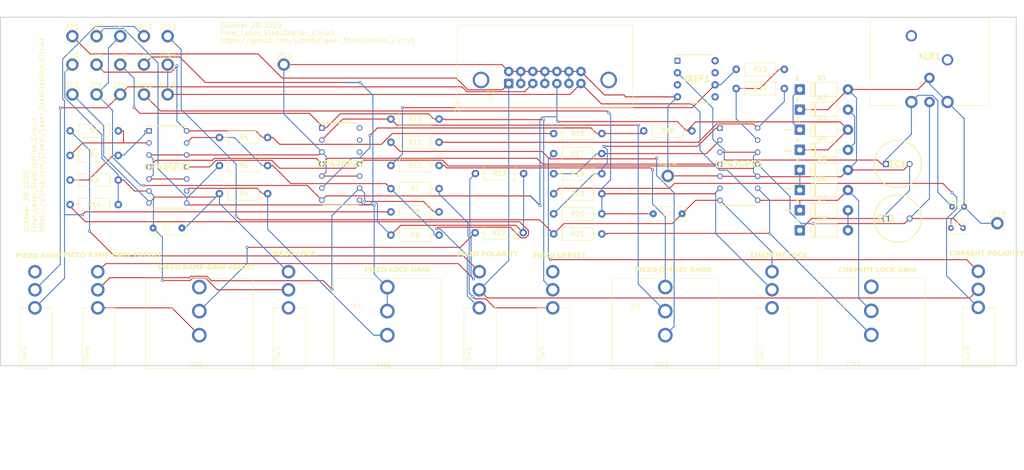
<source format=kicad_pcb>
(kicad_pcb (version 20241229) (generator "pcbnew") (generator_version "9.0")
  (layers (0 "F.Cu" signal) (2 "B.Cu" signal) (13 "F.Paste" user) (15 "B.Paste" user) (5 "F.SilkS" user "F.Silkscreen") (7 "B.SilkS" user "B.Silkscreen") (1 "F.Mask" user) (3 "B.Mask" user) (25 "Edge.Cuts" user))
  (net 0 "")
  (net 1 "Net-(OP47GPZ1B--)")
  (net 2 "Net-(SW2-C)")
  (net 3 "Net-(OP47GPZ3B--)")
  (net 4 "Net-(SW7-C)")
  (net 5 "Net-(D1-K)")
  (net 6 "GND")
  (net 7 "Net-(D2-A)")
  (net 8 "Net-(D3-A)")
  (net 9 "Net-(D5-K)")
  (net 10 "Net-(D6-A)")
  (net 11 "Net-(D7-A)")
  (net 12 "Net-(OP47GPZ1D--)")
  (net 13 "Net-(OP47GPZ1-Pad14)")
  (net 14 "+15V")
  (net 15 "Net-(OP47GPZ1C--)")
  (net 16 "Net-(OP47GPZ1A--)")
  (net 17 "Net-(OP47GPZ1-Pad1)")
  (net 18 "Net-(OP47GPZ1-Pad8)")
  (net 19 "-15V")
  (net 20 "Net-(OP47GPZ2C--)")
  (net 21 "Net-(SW5-B)")
  (net 22 "Net-(OP47GPZ2-Pad8)")
  (net 23 "Net-(OP47GPZ2A--)")
  (net 25 "Net-(OP47GPZ2B--)")
  (net 26 "Net-(OP47GPZ3A--)")
  (net 27 "Net-(OP47GPZ3C--)")
  (net 29 "Net-(P2-Pad2)")
  (net 30 "Net-(SW6-A)")
  (net 33 "Net-(SW1-C)")
  (net 34 "Net-(SW5-A)")
  (net 35 "Net-(SW4-A)")
  (net 36 "Net-(SW6-C)")
  (net 37 "Net-(SW1-A)")
  (net 38 "Net-(SW3-C)")
  (net 39 "Net-(SW3-A)")
  (net 40 "Net-(OP47GPZ3-Pad1)")
  (net 42 "Net-(SW1-B)")
  (net 43 "Net-(SW4-B)")
  (net 47 "Net-(P3-Pad1)")
  (net 48 "Net-(P3-Pad3)")
  (net 49 "Net-(VREF1-VOUT)")
  (net 55 "Net-(OP47GPZ3-Pad14)")
  (net 56 "Net-(OP47GPZ3D--)")
  (footprint "All_Footprints:R_Axial_DIN0207_L6.3mm_D2.5mm_P10.16mm_Horizontal" (layer "F.Cu") (at 47.42 88.1783)
    (property "Reference" "R2")
    (property "Value" "10k")
  )
  (footprint "All_Footprints:Potentiometer" (layer "F.Cu") (at 103.0325 114.13)
    (property "Reference" "P1")
    (property "Value" "50K")
  )
  (footprint "All_Footprints:R_Axial_DIN0207_L6.3mm_D2.5mm_P10.16mm_Horizontal" (layer "F.Cu") (at 149.42 87.7983)
    (property "Reference" "R17")
    (property "Value" "10k")
  )
  (footprint "All_Footprints:Small Capacitor" (layer "F.Cu") (at 234.5 103.5)
    (property "Reference" "SC2")
    (property "Value" "1nF")
  )
  (footprint "All_Footprints:AV2_Switch" (layer "F.Cu") (at 50 133.06 90)
    (property "Reference" "SW6")
    (property "Value" "SPDT Switch, P/N: 7101SD9AV2BE")
  )
  (footprint "All_Footprints:R_Axial_DIN0207_L6.3mm_D2.5mm_P10.16mm_Horizontal" (layer "F.Cu") (at 115.0875 85.4)
    (property "Reference" "R11")
    (property "Value" "10k")
  )
  (footprint "All_Footprints:TestPoint" (layer "F.Cu") (at 53 63)
    (property "Reference" "TP4")
    (property "Value" "~")
  )
  (footprint "All_Footprints:Potentiometer" (layer "F.Cu") (at 205.12 114.07)
    (property "Reference" "P4")
    (property "Value" "50K")
  )
  (footprint "All_Footprints:TestPoint" (layer "F.Cu") (at 68 63)
    (property "Reference" "TP13")
    (property "Value" "~")
  )
  (footprint "Diode_THT:D_DO-41_SOD81_P10.16mm_Horizontal" (layer "F.Cu") (at 201.34 78.5)
    (property "Reference" "D2")
    (property "Value" "1N5819")
  )
  (footprint "All_Footprints:TestPoint" (layer "F.Cu") (at 92.5 69)
    (property "Reference" "TP16")
    (property "Value" "~")
  )
  (footprint "All_Footprints:R_Axial_DIN0207_L6.3mm_D2.5mm_P10.16mm_Horizontal" (layer "F.Cu") (at 149.42 92.0383)
    (property "Reference" "R18")
    (property "Value" "10k")
  )
  (footprint "Diode_THT:D_DO-41_SOD81_P10.16mm_Horizontal" (layer "F.Cu") (at 201.34 87)
    (property "Reference" "D4")
    (property "Value" "1N47xxA")
  )
  (footprint "All_Footprints:R_Axial_DIN0207_L6.3mm_D2.5mm_P10.16mm_Horizontal" (layer "F.Cu") (at 187.92 70)
    (property "Reference" "R23")
    (property "Value" "10k")
  )
  (footprint "All_Footprints:REF02CPZ" (layer "F.Cu") (at 179.5 72)
    (property "Reference" "VREF1")
    (property "Value" "REF02 P/N: REF02CPZ" (hide yes))
  )
  (footprint "All_Footprints:TestPoint" (layer "F.Cu") (at 173.5 92.5)
    (property "Reference" "TP17")
    (property "Value" "~")
  )
  (footprint "All_Footprints:TestPoint" (layer "F.Cu") (at 63 63)
    (property "Reference" "TP10")
    (property "Value" "~")
  )
  (footprint "All_Footprints:R_Axial_DIN0207_L6.3mm_D2.5mm_P10.16mm_Horizontal" (layer "F.Cu") (at 132.92 92)
    (property "Reference" "R13")
    (property "Value" "10k")
  )
  (footprint "All_Footprints:OP470GPZ Amplifier" (layer "F.Cu") (at 188.47 90.04)
    (property "Reference" "OP47GPZ3")
    (property "Value" "~" (hide yes))
  )
  (footprint "All_Footprints:R_Axial_DIN0207_L6.3mm_D2.5mm_P10.16mm_Horizontal" (layer "F.Cu") (at 115.0875 90.3)
    (property "Reference" "R12")
    (property "Value" "10k")
  )
  (footprint "All_Footprints:R_Axial_DIN0207_L6.3mm_D2.5mm_P10.16mm_Horizontal" (layer "F.Cu") (at 149.42 83.5583)
    (property "Reference" "R15")
    (property "Value" "10k")
  )
  (footprint "Diode_THT:D_DO-41_SOD81_P10.16mm_Horizontal" (layer "F.Cu") (at 201.34 104)
    (property "Reference" "D8")
    (property "Value" "1N5819")
  )
  (footprint "Diode_THT:D_DO-41_SOD81_P10.16mm_Horizontal" (layer "F.Cu") (at 201.34 74.25)
    (property "Reference" "D1")
    (property "Value" "1N5819")
  )
  (footprint "All_Footprints:R_Axial_DIN0207_L6.3mm_D2.5mm_P10.16mm_Horizontal" (layer "F.Cu") (at 149.42 96.2783)
    (property "Reference" "R19")
    (property "Value" "10k")
  )
  (footprint "All_Footprints:AV2_Switch" (layer "F.Cu") (at 36.7475 133.06 90)
    (property "Reference" "SW4")
    (property "Value" "SPDT Switch, P/N: 7101SD9AV2BE")
  )
  (footprint "All_Footprints:R_Axial_DIN0207_L6.3mm_D2.5mm_P10.16mm_Horizontal" (layer "F.Cu") (at 149.42 100.5183)
    (property "Reference" "R20")
    (property "Value" "10k")
  )
  (footprint "All_Footprints:AV2_Switch" (layer "F.Cu") (at 130.48 133.06 90)
    (property "Reference" "SW1")
    (property "Value" "SPDT Switch, P/N: 7101SD9AV2BE")
  )
  (footprint "All_Footprints:TestPoint" (layer "F.Cu") (at 53 75.3)
    (property "Reference" "TP6")
    (property "Value" "~")
  )
  (footprint "All_Footprints:TestPoint" (layer "F.Cu") (at 47.9 69)
    (property "Reference" "TP2")
    (property "Value" "~")
  )
  (footprint "All_Footprints:TestPoint" (layer "F.Cu") (at 47.9 75.3)
    (property "Reference" "TP3")
    (property "Value" "~")
  )
  (footprint "All_Footprints:TestPoint" (layer "F.Cu") (at 243 102.5)
    (property "Reference" "TP18")
    (property "Value" "~")
  )
  (footprint "All_Footprints:R_Axial_DIN0207_L6.3mm_D2.5mm_P10.16mm_Horizontal" (layer "F.Cu") (at 132.84 104.5)
    (property "Reference" "R22")
    (property "Value" "10")
  )
  (footprint "All_Footprints:OP470GPZ Amplifier" (layer "F.Cu") (at 104.5 90)
    (property "Reference" "OP47GPZ2")
    (property "Value" "~" (hide yes))
  )
  (footprint "All_Footprints:R_Axial_DIN0207_L6.3mm_D2.5mm_P10.16mm_Horizontal" (layer "F.Cu") (at 47.42 82.985)
    (property "Reference" "R1")
    (property "Value" "10k")
  )
  (footprint "All_Footprints:TestPoint" (layer "F.Cu") (at 63 69)
    (property "Reference" "TP11")
    (property "Value" "~")
  )
  (footprint "All_Footprints:TestPoint" (layer "F.Cu") (at 58 69)
    (property "Reference" "TP8")
    (property "Value" "~")
  )
  (footprint "All_Footprints:Potentiometer" (layer "F.Cu") (at 63.3725 114.13)
    (property "Reference" "P2")
    (property "Value" "50K")
  )
  (footprint "All_Footprints:R_Axial_DIN0207_L6.3mm_D2.5mm_P10.16mm_Horizontal" (layer "F.Cu") (at 78.92 90.325)
    (property "Reference" "R5")
    (property "Value" "10k")
  )
  (footprint "All_Footprints:TestPoint" (layer "F.Cu") (at 53 69)
    (property "Reference" "TP5")
    (property "Value" "~")
  )
  (footprint "All_Footprints:ELECTROLYTIC CAPACITOR - EEU-EB1C102" (layer "F.Cu") (at 219.5 90)
    (property "Reference" "EC1")
    (property "Value" "EEU-EB1C102" (hide yes))
  )
  (footprint "All_Footprints:R_Axial_DIN0207_L6.3mm_D2.5mm_P10.16mm_Horizontal" (layer "F.Cu") (at 115.0875 80.5)
    (property "Reference" "R10")
    (property "Value" "10k")
  )
  (footprint "All_Footprints:TestPoint" (layer "F.Cu") (at 68 69)
    (property "Reference" "TP14")
    (property "Value" "~")
  )
  (footprint "Diode_THT:D_DO-41_SOD81_P10.16mm_Horizontal" (layer "F.Cu") (at 201.34 99.75)
    (property "Reference" "D7")
    (property "Value" "1N47xxA")
  )
  (footprint "All_Footprints:R_Axial_DIN0207_L6.3mm_D2.5mm_P10.16mm_Horizontal" (layer "F.Cu") (at 149.42 104.7583)
    (property "Reference" "R21")
    (property "Value" "10k")
  )
  (footprint "All_Footprints:OP470GPZ Amplifier" (layer "F.Cu") (at 68.03 90.62)
    (property "Reference" "OP47GPZ1")
    (property "Value" "~" (hide yes))
  )
  (footprint "All_Footprints:TestPoint" (layer "F.Cu") (at 58 75.3)
    (property "Reference" "TP9")
    (property "Value" "~")
  )
  (footprint "Diode_THT:D_DO-41_SOD81_P10.16mm_Horizontal" (layer "F.Cu") (at 201.34 95.5)
    (property "Reference" "D6")
    (property "Value" "1N47xxA")
  )
  (footprint "All_Footprints:R_Axial_DIN0207_L6.3mm_D2.5mm_P10.16mm_Horizontal" (layer "F.Cu") (at 115.0875 95.2)
    (property "Reference" "R7")
    (property "Value" "10k")
  )
  (footprint "All_Footprints:R_Axial_DIN0207_L6.3mm_D2.5mm_P10.16mm_Horizontal" (layer "F.Cu") (at 115.0875 105)
    (property "Reference" "R9")
    (property "Value" "10k")
  )
  (footprint "All_Footprints:CAPACITOR - 399-4209-ND" (layer "F.Cu") (at 68 103.5)
    (property "Reference" "C1")
    (property "Value" "1uF")
  )
  (footprint "All_Footprints:AV2_Switch" (layer "F.Cu") (at 192.2275 133.06 90)
    (property "Reference" "SW7")
    (property "Value" "SPDT Switch, P/N: 7101SD9AV2BE")
  )
  (footprint "All_Footprints:AV2_Switch" (layer "F.Cu") (at 90.2325 133.06 90)
    (property "Reference" "SW2")
    (property "Value" "SPDT Switch, P/N: 7101SD9AV2BE")
  )
  (footprint "All_Footprints:TestPoint" (layer "F.Cu") (at 47.9 63)
    (property "Reference" "TP1")
    (property "Value" "~")
  )
  (footprint "All_Footprints:R_Axial_DIN0207_L6.3mm_D2.5mm_P10.16mm_Horizontal" (layer "F.Cu") (at 187.92 74.05)
    (property "Reference" "R24")
    (property "Value" "10k")
  )
  (footprint "All_Footprints:TestPoint" (layer "F.Cu") (at 63 75.3)
    (property "Reference" "TP12")
    (property "Value" "~")
  )
  (footprint "All_Footprints:CAPACITOR - 399-4209-ND" (layer "F.Cu") (at 173.5 100.5)
    (property "Reference" "C2")
    (property "Value" "0.1nF")
  )
  (footprint "All_Footprints:R_Axial_DIN0207_L6.3mm_D2.5mm_P10.16mm_Horizontal" (layer "F.Cu") (at 47.42 98.565)
    (property "Reference" "R14")
    (property "Value" "10k")
  )
  (footprint "All_Footprints:Male IDC Connector" (layer "F.Cu") (at 129.1 78.1 90)
    (property "Reference" "IDC1")
    (property "Value" "Male 14 Position IDC Connector Digikey P/N: 609-5970-ND" (hide yes))
  )
  (footprint "All_Footprints:R_Axial_DIN0207_L6.3mm_D2.5mm_P10.16mm_Horizontal" (layer "F.Cu") (at 115.0875 100.1)
    (property "Reference" "R8")
    (property "Value" "10k")
  )
  (footprint "All_Footprints:AV2_Switch" (layer "F.Cu") (at 145.98 133.06 90)
    (property "Reference" "SW5")
    (property "Value" "SPDT Switch, P/N: 7101SD9AV2BE")
  )
  (footprint "All_Footprints:TestPoint" (layer "F.Cu") (at 68 75.3)
    (property "Reference" "TP15")
    (property "Value" "~")
  )
  (footprint "All_Footprints:R_Axial_DIN0207_L6.3mm_D2.5mm_P10.16mm_Horizontal" (layer "F.Cu") (at 168.42 83)
    (property "Reference" "R16")
    (property "Value" "10k")
  )
  (footprint "Diode_THT:D_DO-41_SOD81_P10.16mm_Horizontal" (layer "F.Cu") (at 201.34 91.25)
    (property "Reference" "D5")
    (property "Value" "1N5819")
  )
  (footprint "All_Footprints:Small Capacitor" (layer "F.Cu") (at 234.73 99)
    (property "Reference" "SC1")
    (property "Value" "1nF")
  )
  (footprint "Diode_THT:D_DO-41_SOD81_P10.16mm_Horizontal" (layer "F.Cu") (at 201.34 82.75)
    (property "Reference" "D3")
    (property "Value" "1N47xxA")
  )
  (footprint "All_Footprints:R_Axial_DIN0207_L6.3mm_D2.5mm_P10.16mm_Horizontal" (layer "F.Cu") (at 78.92 96.25)
    (property "Reference" "R4")
    (property "Value" "10k")
  )
  (footprint "All_Footprints:Potentiometer" (layer "F.Cu") (at 161.6725 114.13)
    (property "Reference" "P3")
    (property "Value" "50K")
  )
  (footprint "All_Footprints:NC3MBH_XLR" (layer "F.Cu") (at 232.5 76.89)
    (property "Reference" "XLR1")
    (property "Value" "XLR P/N: NC3MBH" (hide yes))
  )
  (footprint "All_Footprints:R_Axial_DIN0207_L6.3mm_D2.5mm_P10.16mm_Horizontal" (layer "F.Cu") (at 78.92 84.4)
    (property "Reference" "R6")
    (property "Value" "10k")
  )
  (footprint "All_Footprints:R_Axial_DIN0207_L6.3mm_D2.5mm_P10.16mm_Horizontal" (layer "F.Cu") (at 47.42 93.3717)
    (property "Reference" "R3")
    (property "Value" "10k")
  )
  (footprint "All_Footprints:ELECTROLYTIC CAPACITOR - EEU-EB1C102" (layer "F.Cu") (at 219.5 101.5)
    (property "Reference" "EC2")
    (property "Value" "EEU-EB1C102" (hide yes))
  )
  (footprint "All_Footprints:AV2_Switch" (layer "F.Cu") (at 235.7275 132.97 90)
    (property "Reference" "SW3")
    (property "Value" "SPDT Switch, P/N: 7101SD9AV2BE")
  )
  (footprint "All_Footprints:TestPoint" (layer "F.Cu") (at 58 63)
    (property "Reference" "TP7")
    (property "Value" "~")
  )
  (gr_rect (start 32.73 59) (end 247 132.58) (stroke (width 0.2)) (fill no) (layer "Edge.Cuts"))
  (gr_text "CURRENT LOCK\n\n\n\n" (at 190.98 114.9 0) (layer "F.SilkS") (effects (font (size 1 1) (thickness 0.25) (bold yes)) (justify left bottom)))
  (gr_text "PIEZO LOCK\n\n\n" (at 89.98 112.9 0) (layer "F.SilkS") (effects (font (size 1 1) (thickness 0.25) (bold yes)) (justify left bottom)))
  (gr_text "PIEZO LOCK GAIN\n\n\n\n" (at 109.5 118 0) (layer "F.SilkS") (effects (font (size 1 1) (thickness 0.25) (bold yes)) (justify left bottom)))
  (gr_text "CURRENT LOCK GAIN\n\n\n\n" (at 209.5 118 0) (layer "F.SilkS") (effects (font (size 1 1) (thickness 0.25) (bold yes)) (justify left bottom)))
  (gr_text "PIEZO POLARITY\n\n\n" (at 129 113 0) (layer "F.SilkS") (effects (font (size 1 1) (thickness 0.25) (bold yes)) (justify left bottom)))
  (gr_text "PIEZO OFFSET KNOB\n\n\n\n" (at 166.5 118 0) (layer "F.SilkS") (effects (font (size 1 1) (thickness 0.25) (bold yes)) (justify left bottom)))
  (gr_text "October 28 2025\nFinal_Laser_Stabilization_Circuit \nhttps://github.com/j2bedi/Laser_Stabilization_Circuit\n" (at 42 104.5 90) (layer "F.SilkS") (effects (font (size 1 1) (thickness 0.125) (bold yes)) (justify left bottom)))
  (gr_text "PIEZO RAMP GAIN TOGGLE\n\n" (at 46 111.5 0) (layer "F.SilkS") (effects (font (size 1 1) (thickness 0.25) (bold yes)) (justify left bottom)))
  (gr_text "zener\n" (at 198 95.5 0) (layer "F.SilkS") (effects (font (size 0.4 0.4) (thickness 0.1)) (justify left bottom)))
  (gr_text "zener\n" (at 198 87.5 0) (layer "F.SilkS") (effects (font (size 0.4 0.4) (thickness 0.1)) (justify left bottom)))
  (gr_text "October 28 2025\nFinal_Laser_Stabilization_Circuit \nhttps://github.com/j2bedi/Laser_Stabilization_Circuit\n" (at 79 64.5 0) (layer "F.SilkS") (effects (font (size 1 1) (thickness 0.125) (bold yes)) (justify left bottom)))
  (gr_text "zener\n" (at 198 100 0) (layer "F.SilkS") (effects (font (size 0.4 0.4) (thickness 0.1)) (justify left bottom)))
  (gr_text "CURRENT POLARITY" (at 233 109.5 0) (layer "F.SilkS") (effects (font (size 1 1) (thickness 0.25) (bold yes)) (justify left bottom)))
  (gr_text "PIEZO RAMP\n" (at 36 110 0) (layer "F.SilkS") (effects (font (size 1 1) (thickness 0.25) (bold yes)) (justify left bottom)))
  (gr_text "zener\n" (at 198 83 0) (layer "F.SilkS") (effects (font (size 0.4 0.4) (thickness 0.1)) (justify left bottom)))
  (gr_text "PIEZO OFFSET\n\n\n\n" (at 145 115 0) (layer "F.SilkS") (effects (font (size 1 1) (thickness 0.25) (bold yes)) (justify left bottom)))
  (gr_text "PIEZO RAMP GAIN ADJUST\n\n\n\n" (at 66 117.5 0) (layer "F.SilkS") (effects (font (size 1 1) (thickness 0.25) (bold yes)) (justify left bottom)))
  (segment (start 58.6817 93.3717) (end 61.01 95.7) (width 0.2) (layer "F.Cu") (net 1))
  (segment (start 78.4605 116.55) (end 76.0225 114.112) (width 0.2) (layer "F.Cu") (net 1))
  (segment (start 76.0225 114.112) (end 73.2325 114.112) (width 0.2) (layer "F.Cu") (net 1))
  (segment (start 73.2325 114.112) (end 72.7521 114.5924) (width 0.2) (layer "F.Cu") (net 1))
  (segment (start 61.01 95.7) (end 64.06 95.7) (width 0.2) (layer "F.Cu") (net 1))
  (segment (start 72.7521 114.5924) (end 66.8862 114.5924) (width 0.2) (layer "F.Cu") (net 1))
  (segment (start 93.485 116.55) (end 78.4605 116.55) (width 0.2) (layer "F.Cu") (net 1))
  (segment (start 57.58 93.3717) (end 58.6817 93.3717) (width 0.2) (layer "F.Cu") (net 1))
  (via (at 66.8862 114.5924) (size 0.6) (drill 0.3) (layers "F.Cu" "B.Cu") (net 1))
  (segment (start 46.2963 70.6037) (end 46.2963 75.9614) (width 0.2) (layer "B.Cu") (net 1))
  (segment (start 64.9906 96.6306) (end 64.9906 103.4294) (width 0.2) (layer "B.Cu") (net 1))
  (segment (start 54.0953 88.7853) (end 57.58 92.27) (width 0.2) (layer "B.Cu") (net 1))
  (segment (start 66.8862 114.5924) (end 66.8862 105.4662) (width 0.2) (layer "B.Cu") (net 1))
  (segment (start 57.58 98.565) (end 57.58 93.3717) (width 0.2) (layer "B.Cu") (net 1))
  (segment (start 57.58 93.3717) (end 57.58 92.27) (width 0.2) (layer "B.Cu") (net 1))
  (segment (start 46.2963 75.9614) (end 54.0953 83.7604) (width 0.2) (layer "B.Cu") (net 1))
  (segment (start 64.06 95.7) (end 64.9906 96.6306) (width 0.2) (layer "B.Cu") (net 1))
  (segment (start 66.8862 105.4662) (end 64.92 103.5) (width 0.2) (layer "B.Cu") (net 1))
  (segment (start 54.0953 83.7604) (end 54.0953 88.7853) (width 0.2) (layer "B.Cu") (net 1))
  (segment (start 64.9906 103.4294) (end 64.92 103.5) (width 0.2) (layer "B.Cu") (net 1))
  (segment (start 47.9 69) (end 46.2963 70.6037) (width 0.2) (layer "B.Cu") (net 1))
  (segment (start 65.33 96.97) (end 78.2 96.97) (width 0.2) (layer "F.Cu") (net 2))
  (segment (start 78.2 96.97) (end 78.92 96.25) (width 0.2) (layer "F.Cu") (net 2))
  (segment (start 64.06 98.24) (end 65.33 96.97) (width 0.2) (layer "F.Cu") (net 2))
  (segment (start 71 103.5) (end 71.67 103.5) (width 0.2) (layer "B.Cu") (net 2))
  (segment (start 64.06 97.8965) (end 54.497 88.3335) (width 0.2) (layer "B.Cu") (net 2))
  (segment (start 64.06 98.24) (end 64.06 97.8965) (width 0.2) (layer "B.Cu") (net 2))
  (segment (start 93.3477 112.74) (end 93.485 112.74) (width 0.2) (layer "B.Cu") (net 2))
  (segment (start 78.92 96.25) (end 78.92 98.3123) (width 0.2) (layer "B.Cu") (net 2))
  (segment (start 78.92 98.3123) (end 93.3477 112.74) (width 0.2) (layer "B.Cu") (net 2))
  (segment (start 71.67 103.5) (end 78.92 96.25) (width 0.2) (layer "B.Cu") (net 2))
  (segment (start 54.497 88.3335) (end 54.497 81.897) (width 0.2) (layer "B.Cu") (net 2))
  (segment (start 54.497 81.897) (end 47.9 75.3) (width 0.2) (layer "B.Cu") (net 2))
  (segment (start 170.42 100.5) (end 160.7 100.5) (width 0.2) (layer "F.Cu") (net 3))
  (segment (start 159.58 100.5183) (end 160.6817 100.5183) (width 0.2) (layer "F.Cu") (net 3))
  (segment (start 159.58 96.2783) (end 183.3417 96.2783) (width 0.2) (layer "F.Cu") (net 3))
  (segment (start 160.6262 78.7998) (end 161.0516 79.2252) (width 0.2) (layer "F.Cu") (net 3))
  (segment (start 63 75.3) (end 66.4998 78.7998) (width 0.2) (layer "F.Cu") (net 3))
  (segment (start 160.6262 78.7998) (end 161.0516 79.2252) (width 0.2) (layer "F.Cu") (net 3))
  (segment (start 160.7 100.5) (end 160.6817 100.5183) (width 0.2) (layer "F.Cu") (net 3))
  (segment (start 161.0516 79.2252) (end 160.6262 78.7998) (width 0.2) (layer "F.Cu") (net 3))
  (segment (start 66.4998 78.7998) (end 160.6262 78.7998) (width 0.2) (layer "F.Cu") (net 3))
  (segment (start 183.3417 96.2783) (end 184.5 95.12) (width 0.2) (layer "F.Cu") (net 3))
  (via (at 161.0516 79.2252) (size 0.6) (drill 0.3) (layers "F.Cu" "B.Cu") (net 3))
  (segment (start 159.58 96.2783) (end 159.58 100.5183) (width 0.2) (layer "B.Cu") (net 3))
  (segment (start 159.58 96.2783) (end 159.58 95.1766) (width 0.2) (layer "B.Cu") (net 3))
  (segment (start 161.4404 93.3162) (end 159.58 95.1766) (width 0.2) (layer "B.Cu") (net 3))
  (segment (start 161.0516 79.2252) (end 160.6262 78.7998) (width 0.2) (layer "B.Cu") (net 3))
  (segment (start 161.4404 79.614) (end 161.4404 93.3162) (width 0.2) (layer "B.Cu") (net 3))
  (segment (start 183.5892 96.0308) (end 183.5892 104.6592) (width 0.2) (layer "B.Cu") (net 3))
  (segment (start 184.5 95.12) (end 183.5892 96.0308) (width 0.2) (layer "B.Cu") (net 3))
  (segment (start 161.0516 79.2252) (end 161.4404 79.614) (width 0.2) (layer "B.Cu") (net 3))
  (segment (start 183.5892 104.6592) (end 195.48 116.55) (width 0.2) (layer "B.Cu") (net 3))
  (segment (start 160.6262 78.7998) (end 161.0516 79.2252) (width 0.2) (layer "B.Cu") (net 3))
  (segment (start 149.42 104.7583) (end 146.44 101.7783) (width 0.2) (layer "F.Cu") (net 4))
  (segment (start 83.2368 101.7783) (end 82.442 100.9835) (width 0.2) (layer "F.Cu") (net 4))
  (segment (start 184.5 97.66) (end 179.34 97.66) (width 0.2) (layer "F.Cu") (net 4))
  (segment (start 149.42 104.7583) (end 151.6084 102.5699) (width 0.2) (layer "F.Cu") (net 4))
  (segment (start 151.6084 102.5699) (end 174.4301 102.5699) (width 0.2) (layer "F.Cu") (net 4))
  (segment (start 146.44 101.7783) (end 83.2368 101.7783) (width 0.2) (layer "F.Cu") (net 4))
  (segment (start 174.4301 102.5699) (end 176.5 100.5) (width 0.2) (layer "F.Cu") (net 4))
  (segment (start 179.34 97.66) (end 176.5 100.5) (width 0.2) (layer "F.Cu") (net 4))
  (via (at 82.442 100.9835) (size 0.6) (drill 0.3) (layers "F.Cu" "B.Cu") (net 4))
  (segment (start 70.858 65.858) (end 68 63) (width 0.2) (layer "B.Cu") (net 4))
  (segment (start 82.442 90.0288) (end 70.8581 78.4449) (width 0.2) (layer "B.Cu") (net 4))
  (segment (start 195.48 108.64) (end 195.48 112.74) (width 0.2) (layer "B.Cu") (net 4))
  (segment (start 82.442 100.9835) (end 82.442 90.0288) (width 0.2) (layer "B.Cu") (net 4))
  (segment (start 70.8581 78.4449) (end 70.8581 65.858) (width 0.2) (layer "B.Cu") (net 4))
  (segment (start 70.8581 65.858) (end 70.858 65.858) (width 0.2) (layer "B.Cu") (net 4))
  (segment (start 184.5 97.66) (end 195.48 108.64) (width 0.2) (layer "B.Cu") (net 4))
  (segment (start 199.9226 81.3326) (end 199.9226 75.6674) (width 0.2) (layer "B.Cu") (net 5))
  (segment (start 199.9226 75.6674) (end 201.34 74.25) (width 0.2) (layer "B.Cu") (net 5))
  (segment (start 201.34 82.75) (end 199.9226 81.3326) (width 0.2) (layer "B.Cu") (net 5))
  (segment (start 203.84 101.5) (end 219.5 101.5) (width 0.2) (layer "F.Cu") (net 6))
  (segment (start 72 88.08) (end 99.91 88.08) (width 0.2) (layer "F.Cu") (net 6))
  (segment (start 142.48 70.45) (end 139.94 70.45) (width 0.2) (layer "F.Cu") (net 6))
  (segment (start 72 93.16) (end 64.06 93.16) (width 0.2) (layer "F.Cu") (net 6))
  (segment (start 192.5394 92.6794) (end 210.0706 92.6794) (width 0.2) (layer "F.Cu") (net 6))
  (segment (start 207.25 78.5) (end 211.5 74.25) (width 0.2) (layer "F.Cu") (net 6))
  (segment (start 164.5072 75.6437) (end 164.2718 75.4083) (width 0.2) (layer "F.Cu") (net 6))
  (segment (start 64.06 88.08) (end 72 88.08) (width 0.2) (layer "F.Cu") (net 6))
  (segment (start 147.56 70.45) (end 150.1 70.45) (width 0.2) (layer "F.Cu") (net 6))
  (segment (start 164.2718 75.4083) (end 160.2077 75.4083) (width 0.2) (layer "F.Cu") (net 6))
  (segment (start 201.34 78.5) (end 207.25 78.5) (width 0.2) (layer "F.Cu") (net 6))
  (segment (start 223.25 91.25) (end 211.5 91.25) (width 0.2) (layer "F.Cu") (net 6))
  (segment (start 211.5 74.25) (end 226.25 74.25) (width 0.2) (layer "F.Cu") (net 6))
  (segment (start 99.91 88.08) (end 100.53 87.46) (width 0.2) (layer "F.Cu") (net 6))
  (segment (start 192.44 92.58) (end 192.5394 92.6794) (width 0.2) (layer "F.Cu") (net 6))
  (segment (start 160.173 75.443) (end 155.18 70.45) (width 0.2) (layer "F.Cu") (net 6))
  (segment (start 224.5 90) (end 223.25 91.25) (width 0.2) (layer "F.Cu") (net 6))
  (segment (start 146.29 70.45) (end 142.48 70.45) (width 0.2) (layer "F.Cu") (net 6))
  (segment (start 184.42 92.5) (end 184.5 92.58) (width 0.2) (layer "F.Cu") (net 6))
  (segment (start 173.5 92.5) (end 184.42 92.5) (width 0.2) (layer "F.Cu") (net 6))
  (segment (start 192.44 92.58) (end 184.5 92.58) (width 0.2) (layer "F.Cu") (net 6))
  (segment (start 164.5072 75.81) (end 164.5072 75.6437) (width 0.2) (layer "F.Cu") (net 6))
  (segment (start 145.02 70.45) (end 146.29 70.45) (width 0.2) (layer "F.Cu") (net 6))
  (segment (start 226.25 74.25) (end 228.69 71.81) (width 0.2) (layer "F.Cu") (net 6))
  (segment (start 160.2077 75.4083) (end 160.173 75.443) (width 0.2) (layer "F.Cu") (net 6))
  (segment (start 184.5 87.5) (end 192.44 87.5) (width 0.2) (layer "F.Cu") (net 6))
  (segment (start 201.34 104) (end 203.84 101.5) (width 0.2) (layer "F.Cu") (net 6))
  (segment (start 210.0706 92.6794) (end 211.5 91.25) (width 0.2) (layer "F.Cu") (net 6))
  (segment (start 138.49 69) (end 139.94 70.45) (width 0.2) (layer "F.Cu") (net 6))
  (segment (start 152.64 70.45) (end 150.1 70.45) (width 0.2) (layer "F.Cu") (net 6))
  (segment (start 155.18 70.45) (end 152.64 70.45) (width 0.2) (layer "F.Cu") (net 6))
  (segment (start 146.29 70.45) (end 147.56 70.45) (width 0.2) (layer "F.Cu") (net 6))
  (segment (start 92.5 69) (end 138.49 69) (width 0.2) (layer "F.Cu") (net 6))
  (segment (start 175.53 75.81) (end 164.5072 75.81) (width 0.2) (layer "F.Cu") (net 6))
  (segment (start 108.47 92.54) (end 100.53 92.54) (width 0.2) (layer "F.Cu") (net 6))
  (segment (start 219.5 101.5) (end 219.5 100.5608) (width 0.2) (layer "B.Cu") (net 6))
  (segment (start 211.5 91.25) (end 213.3086 89.4414) (width 0.2) (layer "B.Cu") (net 6))
  (segment (start 239.5 102.5) (end 236 99) (width 0.2) (layer "B.Cu") (net 6))
  (segment (start 233.23 103.5) (end 233.23 101.77) (width 0.2) (layer "B.Cu") (net 6))
  (segment (start 100.53 92.54) (end 101.4118 91.6582) (width 0.2) (layer "B.Cu") (net 6))
  (segment (start 232.5 76.89) (end 228.69 73.08) (width 0.2) (layer "B.Cu") (net 6))
  (segment (start 243 102.5) (end 239.5 102.5) (width 0.2) (layer "B.Cu") (net 6))
  (segment (start 228.69 73.08) (end 228.69 71.81) (width 0.2) (layer "B.Cu") (net 6))
  (segment (start 192.44 92.58) (end 191.5582 91.6982) (width 0.2) (layer "B.Cu") (net 6))
  (segment (start 101.4118 91.6582) (end 101.4118 88.3418) (width 0.2) (layer "B.Cu") (net 6))
  (segment (start 92.5 69) (end 92.5 79.43) (width 0.2) (layer "B.Cu") (net 6))
  (segment (start 236 80.39) (end 232.5 76.89) (width 0.2) (layer "B.Cu") (net 6))
  (segment (start 213.3086 89.4414) (end 213.3086 76.0586) (width 0.2) (layer "B.Cu") (net 6))
  (segment (start 219.5 100.5608) (end 224.5 95.5608) (width 0.2) (layer "B.Cu") (net 6))
  (segment (start 175.53 75.81) (end 173.5 77.84) (width 0.2) (layer "B.Cu") (net 6))
  (segment (start 191.5582 88.3818) (end 192.44 87.5) (width 0.2) (layer "B.Cu") (net 6))
  (segment (start 191.5582 91.6982) (end 191.5582 88.3818) (width 0.2) (layer "B.Cu") (net 6))
  (segment (start 224.5 95.5608) (end 224.5 90) (width 0.2) (layer "B.Cu") (net 6))
  (segment (start 92.5 79.43) (end 100.53 87.46) (width 0.2) (layer "B.Cu") (net 6))
  (segment (start 213.3086 76.0586) (end 211.5 74.25) (width 0.2) (layer "B.Cu") (net 6))
  (segment (start 173.5 77.84) (end 173.5 92.5) (width 0.2) (layer "B.Cu") (net 6))
  (segment (start 64.9578 88.9778) (end 64.9578 92.2622) (width 0.2) (layer "B.Cu") (net 6))
  (segment (start 152.64 72.99) (end 152.64 70.45) (width 0.2) (layer "B.Cu") (net 6))
  (segment (start 142.48 72.99) (end 142.48 70.45) (width 0.2) (layer "B.Cu") (net 6))
  (segment (start 236 99) (end 236 80.39) (width 0.2) (layer "B.Cu") (net 6))
  (segment (start 101.4118 88.3418) (end 100.53 87.46) (width 0.2) (layer "B.Cu") (net 6))
  (segment (start 147.56 72.99) (end 147.56 70.45) (width 0.2) (layer "B.Cu") (net 6))
  (segment (start 64.06 88.08) (end 64.9578 88.9778) (width 0.2) (layer "B.Cu") (net 6))
  (segment (start 233.23 101.77) (end 236 99) (width 0.2) (layer "B.Cu") (net 6))
  (segment (start 64.9578 92.2622) (end 64.06 93.16) (width 0.2) (layer "B.Cu") (net 6))
  (segment (start 212.9069 79.9069) (end 212.9069 85.5931) (width 0.2) (layer "B.Cu") (net 7))
  (segment (start 212.9069 85.5931) (end 211.5 87) (width 0.2) (layer "B.Cu") (net 7))
  (segment (start 211.5 78.5) (end 212.9069 79.9069) (width 0.2) (layer "B.Cu") (net 7))
  (segment (start 101.423 96.727) (end 100.53 97.62) (width 0.2) (layer "F.Cu") (net 8))
  (segment (start 62.9095 94.5247) (end 97.4347 94.5247) (width 0.2) (layer "F.Cu") (net 8))
  (segment (start 178.58 83) (end 177.4783 83) (width 0.2) (layer "F.Cu") (net 8))
  (segment (start 211.5 82.75) (end 209.8468 81.0968) (width 0.2) (layer "F.Cu") (net 8))
  (segment (start 97.4347 94.5247) (end 100.53 97.62) (width 0.2) (layer "F.Cu") (net 8))
  (segment (start 207.25 87) (end 201.34 87) (width 0.2) (layer "F.Cu") (net 8))
  (segment (start 150.1 81.034) (end 150.2926 81.034) (width 0.2) (layer "F.Cu") (net 8))
  (segment (start 211.5 82.75) (end 207.25 87) (width 0.2) (layer "F.Cu") (net 8))
  (segment (start 150.2926 81.034) (end 175.5123 81.034) (width 0.2) (layer "F.Cu") (net 8))
  (segment (start 146.5191 98.7412) (end 144.5049 96.727) (width 0.2) (layer "F.Cu") (net 8))
  (segment (start 146.5191 98.7412) (end 144.5049 96.727) (width 0.2) (layer "F.Cu") (net 8))
  (segment (start 150.2926 81.034) (end 150.1 81.034) (width 0.2) (layer "F.Cu") (net 8))
  (segment (start 144.5049 96.727) (end 146.5191 98.7412) (width 0.2) (layer "F.Cu") (net 8))
  (segment (start 179.3815 81.0968) (end 177.4783 83) (width 0.2) (layer "F.Cu") (net 8))
  (segment (start 175.5123 81.034) (end 177.4783 83) (width 0.2) (layer "F.Cu") (net 8))
  (segment (start 209.8468 81.0968) (end 179.3815 81.0968) (width 0.2) (layer "F.Cu") (net 8))
  (segment (start 144.5049 96.727) (end 101.423 96.727) (width 0.2) (layer "F.Cu") (net 8))
  (via (at 146.5191 98.7412) (size 0.6) (drill 0.3) (layers "F.Cu" "B.Cu") (net 8))
  (via (at 62.9095 94.5247) (size 0.6) (drill 0.3) (layers "F.Cu" "B.Cu") (net 8))
  (via (at 150.2926 81.034) (size 0.6) (drill 0.3) (layers "F.Cu" "B.Cu") (net 8))
  (segment (start 150.1 81.034) (end 150.2926 81.034) (width 0.2) (layer "B.Cu") (net 8))
  (segment (start 150.1 72.99) (end 150.1 80.0135) (width 0.2) (layer "B.Cu") (net 8))
  (segment (start 62.3442 94.5247) (end 62.9095 94.5247) (width 0.2) (layer "B.Cu") (net 8))
  (segment (start 55.5001 65.4999) (end 55.5001 72.7999) (width 0.2) (layer "B.Cu") (net 8))
  (segment (start 150.1 80.0135) (end 150.1 80.8414) (width 0.2) (layer "B.Cu") (net 8))
  (segment (start 150.2926 81.034) (end 150.1 81.034) (width 0.2) (layer "B.Cu") (net 8))
  (segment (start 147.0646 80.0135) (end 146.5191 80.559) (width 0.2) (layer "B.Cu") (net 8))
  (segment (start 146.5191 98.7412) (end 144.5049 96.727) (width 0.2) (layer "B.Cu") (net 8))
  (segment (start 58 63) (end 55.5001 65.4999) (width 0.2) (layer "B.Cu") (net 8))
  (segment (start 56.3659 88.5464) (end 62.3442 94.5247) (width 0.2) (layer "B.Cu") (net 8))
  (segment (start 144.5049 96.727) (end 146.5191 98.7412) (width 0.2) (layer "B.Cu") (net 8))
  (segment (start 53 75.3) (end 56.3659 78.6659) (width 0.2) (layer "B.Cu") (net 8))
  (segment (start 150.1 80.8414) (end 150.2926 81.034) (width 0.2) (layer "B.Cu") (net 8))
  (segment (start 150.1 80.0135) (end 147.0646 80.0135) (width 0.2) (layer "B.Cu") (net 8))
  (segment (start 55.5001 72.7999) (end 53 75.3) (width 0.2) (layer "B.Cu") (net 8))
  (segment (start 146.5191 80.559) (end 146.5191 98.7412) (width 0.2) (layer "B.Cu") (net 8))
  (segment (start 56.3659 78.6659) (end 56.3659 88.5464) (width 0.2) (layer "B.Cu") (net 8))
  (segment (start 201.34 91.25) (end 201.34 95.5) (width 0.2) (layer "B.Cu") (net 9))
  (segment (start 159.485 77.295) (end 155.18 72.99) (width 0.2) (layer "F.Cu") (net 10))
  (segment (start 152.87 75.3) (end 155.18 72.99) (width 0.2) (layer "F.Cu") (net 10))
  (segment (start 209.34 97.66) (end 211.5 95.5) (width 0.2) (layer "F.Cu") (net 10))
  (segment (start 68 75.3) (end 152.87 75.3) (width 0.2) (layer "F.Cu") (net 10))
  (segment (start 201.34 97.66) (end 201.34 99.75) (width 0.2) (layer "F.Cu") (net 10))
  (segment (start 178.5742 77.295) (end 159.485 77.295) (width 0.2) (layer "F.Cu") (net 10))
  (segment (start 201.34 97.66) (end 209.34 97.66) (width 0.2) (layer "F.Cu") (net 10))
  (segment (start 192.44 97.66) (end 201.34 97.66) (width 0.2) (layer "F.Cu") (net 10))
  (via (at 178.5742 77.295) (size 0.6) (drill 0.3) (layers "F.Cu" "B.Cu") (net 10))
  (segment (start 184.4689 91.31) (end 180.294 87.1351) (width 0.2) (layer "B.Cu") (net 10))
  (segment (start 192.44 97.66) (end 186.09 91.31) (width 0.2) (layer "B.Cu") (net 10))
  (segment (start 211.5 95.5) (end 213.7512 97.7512) (width 0.2) (layer "B.Cu") (net 10))
  (segment (start 180.294 87.1351) (end 180.294 79.0148) (width 0.2) (layer "B.Cu") (net 10))
  (segment (start 213.7512 97.7512) (end 213.7512 118.3312) (width 0.2) (layer "B.Cu") (net 10))
  (segment (start 180.294 79.0148) (end 178.5742 77.295) (width 0.2) (layer "B.Cu") (net 10))
  (segment (start 213.7512 118.3312) (end 216.42 121) (width 0.2) (layer "B.Cu") (net 10))
  (segment (start 68 69) (end 68 75.3) (width 0.2) (layer "B.Cu") (net 10))
  (segment (start 186.09 91.31) (end 184.4689 91.31) (width 0.2) (layer "B.Cu") (net 10))
  (segment (start 211.5 99.75) (end 211.5 104) (width 0.2) (layer "B.Cu") (net 11))
  (segment (start 114.0105 94.123) (end 93.9797 94.123) (width 0.2) (layer "F.Cu") (net 12))
  (segment (start 73.14 84.4) (end 72 85.54) (width 0.2) (layer "F.Cu") (net 12))
  (segment (start 115.0875 95.2) (end 114.0105 94.123) (width 0.2) (layer "F.Cu") (net 12))
  (segment (start 78.92 84.4) (end 73.14 84.4) (width 0.2) (layer "F.Cu") (net 12))
  (segment (start 89.08 90.325) (end 90.1817 90.325) (width 0.2) (layer "F.Cu") (net 12))
  (segment (start 93.9797 94.123) (end 90.1817 90.325) (width 0.2) (layer "F.Cu") (net 12))
  (segment (start 87.9783 90.325) (end 82.0533 84.4) (width 0.2) (layer "B.Cu") (net 12))
  (segment (start 125.2475 105) (end 124.1458 105) (width 0.2) (layer "B.Cu") (net 12))
  (segment (start 124.1458 104.2583) (end 115.0875 95.2) (width 0.2) (layer "B.Cu") (net 12))
  (segment (start 89.08 90.325) (end 87.9783 90.325) (width 0.2) (layer "B.Cu") (net 12))
  (segment (start 124.1458 105) (end 124.1458 104.2583) (width 0.2) (layer "B.Cu") (net 12))
  (segment (start 82.0533 84.4) (end 78.92 84.4) (width 0.2) (layer "B.Cu") (net 12))
  (segment (start 53 69) (end 54.6017 70.6017) (width 0.2) (layer "F.Cu") (net 13))
  (segment (start 113.0993 85.8302) (end 115.3712 83.5583) (width 0.2) (layer "F.Cu") (net 13))
  (segment (start 69.9459 69.2292) (end 69.9459 69.3854) (width 0.2) (layer "F.Cu") (net 13))
  (segment (start 89.08 84.4) (end 90.1817 84.4) (width 0.2) (layer "F.Cu") (net 13))
  (segment (start 69.9459 69.3854) (end 69.9459 69.2292) (width 0.2) (layer "F.Cu") (net 13))
  (segment (start 89.08 84.4) (end 87.9783 84.4) (width 0.2) (layer "F.Cu") (net 13))
  (segment (start 115.3712 83.5583) (end 149.42 83.5583) (width 0.2) (layer "F.Cu") (net 13))
  (segment (start 90.1817 84.4) (end 91.6119 85.8302) (width 0.2) (layer "F.Cu") (net 13))
  (segment (start 72 83) (end 86.5783 83) (width 0.2) (layer "F.Cu") (net 13))
  (segment (start 91.6119 85.8302) (end 113.0993 85.8302) (width 0.2) (layer "F.Cu") (net 13))
  (segment (start 54.6017 70.6017) (end 68.7296 70.6017) (width 0.2) (layer "F.Cu") (net 13))
  (segment (start 69.9459 69.3854) (end 69.9459 69.2292) (width 0.2) (layer "F.Cu") (net 13))
  (segment (start 86.5783 83) (end 87.9783 84.4) (width 0.2) (layer "F.Cu") (net 13))
  (segment (start 68.7296 70.6017) (end 69.9459 69.3854) (width 0.2) (layer "F.Cu") (net 13))
  (via (at 69.9459 69.2292) (size 0.6) (drill 0.3) (layers "F.Cu" "B.Cu") (net 13))
  (segment (start 69.9459 80.9459) (end 72 83) (width 0.2) (layer "B.Cu") (net 13))
  (segment (start 69.9459 69.2292) (end 69.9459 69.3854) (width 0.2) (layer "B.Cu") (net 13))
  (segment (start 69.9459 69.3854) (end 69.9459 69.2292) (width 0.2) (layer "B.Cu") (net 13))
  (segment (start 69.9459 69.2292) (end 69.9459 80.9459) (width 0.2) (layer "B.Cu") (net 13))
  (segment (start 184.4735 90.0135) (end 147.0952 90.0135) (width 0.2) (layer "F.Cu") (net 14))
  (segment (start 99.3353 88.8053) (end 77.8535 88.8053) (width 0.2) (layer "F.Cu") (net 14))
  (segment (start 65.4745 89.2055) (end 64.06 90.62) (width 0.2) (layer "F.Cu") (net 14))
  (segment (start 185.3856 89.1544) (end 184.5 90.04) (width 0.2) (layer "F.Cu") (net 14))
  (segment (start 101.7503 88.7797) (end 100.53 90) (width 0.2) (layer "F.Cu") (net 14))
  (segment (start 218.5608 90) (end 217.7152 89.1544) (width 0.2) (layer "F.Cu") (net 14))
  (segment (start 77.8535 88.8053) (end 77.4533 89.2055) (width 0.2) (layer "F.Cu") (net 14))
  (segment (start 219.5 90) (end 218.5608 90) (width 0.2) (layer "F.Cu") (net 14))
  (segment (start 147.0952 90.0135) (end 145.8614 88.7797) (width 0.2) (layer "F.Cu") (net 14))
  (segment (start 184.5 90.04) (end 184.4735 90.0135) (width 0.2) (layer "F.Cu") (net 14))
  (segment (start 100.53 90) (end 99.3353 88.8053) (width 0.2) (layer "F.Cu") (net 14))
  (segment (start 145.8614 88.7797) (end 101.7503 88.7797) (width 0.2) (layer "F.Cu") (net 14))
  (segment (start 217.7152 89.1544) (end 185.3856 89.1544) (width 0.2) (layer "F.Cu") (net 14))
  (segment (start 77.4533 89.2055) (end 65.4745 89.2055) (width 0.2) (layer "F.Cu") (net 14))
  (segment (start 224.88 76.89) (end 224.88 83.6808) (width 0.2) (layer "B.Cu") (net 14))
  (segment (start 224.88 83.6808) (end 219.5 89.0608) (width 0.2) (layer "B.Cu") (net 14))
  (segment (start 233.46 99) (end 230.4537 95.9937) (width 0.2) (layer "B.Cu") (net 14))
  (segment (start 226.2856 75.4844) (end 224.88 76.89) (width 0.2) (layer "B.Cu") (net 14))
  (segment (start 230.4537 95.9937) (end 230.4537 76.6287) (width 0.2) (layer "B.Cu") (net 14))
  (segment (start 229.3094 75.4844) (end 226.2856 75.4844) (width 0.2) (layer "B.Cu") (net 14))
  (segment (start 185.4168 89.1232) (end 184.5 90.04) (width 0.2) (layer "B.Cu") (net 14))
  (segment (start 184.4748 86.23) (end 184.588 86.23) (width 0.2) (layer "B.Cu") (net 14))
  (segment (start 182.982 84.7372) (end 184.4748 86.23) (width 0.2) (layer "B.Cu") (net 14))
  (segment (start 182.982 78.182) (end 182.982 84.7372) (width 0.2) (layer "B.Cu") (net 14))
  (segment (start 230.4537 76.6287) (end 229.3094 75.4844) (width 0.2) (layer "B.Cu") (net 14))
  (segment (start 184.588 86.23) (end 185.4168 87.0588) (width 0.2) (layer "B.Cu") (net 14))
  (segment (start 175.53 70.73) (end 182.982 78.182) (width 0.2) (layer "B.Cu") (net 14))
  (segment (start 185.4168 87.0588) (end 185.4168 89.1232) (width 0.2) (layer "B.Cu") (net 14))
  (segment (start 219.5 90) (end 219.5 89.0608) (width 0.2) (layer "B.Cu") (net 14))
  (segment (start 89.08 96.25) (end 87.9783 96.25) (width 0.2) (layer "F.Cu") (net 15))
  (segment (start 72 95.7) (end 72.5857 95.1143) (width 0.2) (layer "F.Cu") (net 15))
  (segment (start 72.5857 95.1143) (end 86.8426 95.1143) (width 0.2) (layer "F.Cu") (net 15))
  (segment (start 86.8426 95.1143) (end 87.9783 96.25) (width 0.2) (layer "F.Cu") (net 15))
  (segment (start 111.4614 126.14) (end 89.08 103.7586) (width 0.2) (layer "B.Cu") (net 15))
  (segment (start 114.3325 126.14) (end 111.4614 126.14) (width 0.2) (layer "B.Cu") (net 15))
  (segment (start 89.08 103.7586) (end 89.08 96.25) (width 0.2) (layer "B.Cu") (net 15))
  (segment (start 50.0583 85.54) (end 58.6817 85.54) (width 0.2) (layer "F.Cu") (net 16))
  (segment (start 58.6817 82.985) (end 58.6817 85.54) (width 0.2) (layer "F.Cu") (net 16))
  (segment (start 47.42 88.1783) (end 50.0583 85.54) (width 0.2) (layer "F.Cu") (net 16))
  (segment (start 58.6817 85.54) (end 64.06 85.54) (width 0.2) (layer "F.Cu") (net 16))
  (segment (start 57.58 82.985) (end 58.6817 82.985) (width 0.2) (layer "F.Cu") (net 16))
  (segment (start 51.2849 93.3717) (end 47.42 93.3717) (width 0.2) (layer "F.Cu") (net 17))
  (segment (start 56.4783 88.1783) (end 51.2849 93.3717) (width 0.2) (layer "F.Cu") (net 17))
  (segment (start 57.58 88.1783) (end 56.4783 88.1783) (width 0.2) (layer "F.Cu") (net 17))
  (segment (start 57.58 88.1783) (end 58.6817 88.1783) (width 0.2) (layer "B.Cu") (net 17))
  (segment (start 63.1783 83) (end 63.1783 83.6817) (width 0.2) (layer "B.Cu") (net 17))
  (segment (start 64.06 83) (end 63.1783 83) (width 0.2) (layer "B.Cu") (net 17))
  (segment (start 63.1783 83.6817) (end 58.6817 88.1783) (width 0.2) (layer "B.Cu") (net 17))
  (segment (start 72 98.24) (end 72.3928 98.6328) (width 0.2) (layer "F.Cu") (net 18))
  (segment (start 72.3928 98.6328) (end 111.5682 98.6328) (width 0.2) (layer "F.Cu") (net 18))
  (via (at 111.5682 98.6328) (size 0.6) (drill 0.3) (layers "F.Cu" "B.Cu") (net 18))
  (segment (start 114.3325 115.98) (end 114.3325 121.06) (width 0.2) (layer "B.Cu") (net 18))
  (segment (start 58.6942 61.3937) (end 65.9648 68.6643) (width 0.2) (layer "B.Cu") (net 18))
  (segment (start 65.9648 68.6643) (end 65.9648 90.9936) (width 0.2) (layer "B.Cu") (net 18))
  (segment (start 78.92 90.325) (end 72.1081 97.1369) (width 0.2) (layer "B.Cu") (net 18))
  (segment (start 72.1081 97.1369) (end 72 97.245) (width 0.2) (layer "B.Cu") (net 18))
  (segment (start 111.5682 113.2157) (end 114.3325 115.98) (width 0.2) (layer "B.Cu") (net 18))
  (segment (start 72 97.245) (end 72 98.24) (width 0.2) (layer "B.Cu") (net 18))
  (segment (start 54.6063 61.3937) (end 58.6942 61.3937) (width 0.2) (layer "B.Cu") (net 18))
  (segment (start 53 63) (end 54.6063 61.3937) (width 0.2) (layer "B.Cu") (net 18))
  (segment (start 65.9648 90.9936) (end 72.1081 97.1369) (width 0.2) (layer "B.Cu") (net 18))
  (segment (start 111.5682 98.6328) (end 111.5682 113.2157) (width 0.2) (layer "B.Cu") (net 18))
  (segment (start 233.77 101.5) (end 224.5 101.5) (width 0.2) (layer "F.Cu") (net 19))
  (segment (start 191.5398 90.9402) (end 184.105 90.9402) (width 0.2) (layer "F.Cu") (net 19))
  (segment (start 109.2862 89.1838) (end 108.47 90) (width 0.2) (layer "F.Cu") (net 19))
  (segment (start 89.9502 89.207) (end 78.22 89.207) (width 0.2) (layer "F.Cu") (net 19))
  (segment (start 192.44 90.04) (end 191.5398 90.9402) (width 0.2) (layer "F.Cu") (net 19))
  (segment (start 183.58 90.4152) (end 127.1844 90.4152) (width 0.2) (layer "F.Cu") (net 19))
  (segment (start 107.5883 90.8817) (end 91.6249 90.8817) (width 0.2) (layer "F.Cu") (net 19))
  (segment (start 125.953 89.1838) (end 109.2862 89.1838) (width 0.2) (layer "F.Cu") (net 19))
  (segment (start 76.807 90.62) (end 72 90.62) (width 0.2) (layer "F.Cu") (net 19))
  (segment (start 91.6249 90.8817) (end 89.9502 89.207) (width 0.2) (layer "F.Cu") (net 19))
  (segment (start 223.436 102.564) (end 224.5 101.5) (width 0.2) (layer "F.Cu") (net 19))
  (segment (start 204.1008 102.564) (end 223.436 102.564) (width 0.2) (layer "F.Cu") (net 19))
  (segment (start 204.1008 102.564) (end 203.6295 102.564) (width 0.2) (layer "F.Cu") (net 19))
  (segment (start 78.22 89.207) (end 76.807 90.62) (width 0.2) (layer "F.Cu") (net 19))
  (segment (start 127.1844 90.4152) (end 125.953 89.1838) (width 0.2) (layer "F.Cu") (net 19))
  (segment (start 184.105 90.9402) (end 183.58 90.4152) (width 0.2) (layer "F.Cu") (net 19))
  (segment (start 235.77 103.5) (end 233.77 101.5) (width 0.2) (layer "F.Cu") (net 19))
  (segment (start 203.6295 102.564) (end 204.1008 102.564) (width 0.2) (layer "F.Cu") (net 19))
  (segment (start 108.47 90) (end 107.5883 90.8817) (width 0.2) (layer "F.Cu") (net 19))
  (via (at 204.1008 102.564) (size 0.6) (drill 0.3) (layers "F.Cu" "B.Cu") (net 19))
  (segment (start 203.6295 102.564) (end 204.1008 102.564) (width 0.2) (layer "B.Cu") (net 19))
  (segment (start 201.6284 102.564) (end 204.1008 102.564) (width 0.2) (layer "B.Cu") (net 19))
  (segment (start 199.2784 100.214) (end 201.6284 102.564) (width 0.2) (layer "B.Cu") (net 19))
  (segment (start 192.44 90.04) (end 199.2784 96.8784) (width 0.2) (layer "B.Cu") (net 19))
  (segment (start 224.5 101.5) (end 228.69 97.31) (width 0.2) (layer "B.Cu") (net 19))
  (segment (start 204.1008 102.564) (end 203.6295 102.564) (width 0.2) (layer "B.Cu") (net 19))
  (segment (start 199.2784 96.8784) (end 199.2784 100.214) (width 0.2) (layer "B.Cu") (net 19))
  (segment (start 228.69 97.31) (end 228.69 76.89) (width 0.2) (layer "B.Cu") (net 19))
  (segment (start 72.6306 113.9457) (end 72.4658 114.1105) (width 0.2) (layer "F.Cu") (net 20))
  (segment (start 77.2234 114.645) (end 76.2887 113.7103) (width 0.2) (layer "F.Cu") (net 20))
  (segment (start 121.945 97.8992) (end 124.1458 100.1) (width 0.2) (layer "F.Cu") (net 20))
  (segment (start 72.866 113.7103) (end 72.6306 113.9457) (width 0.2) (layer "F.Cu") (net 20))
  (segment (start 72.346 113.9907) (end 55.8118 113.9907) (width 0.2) (layer "F.Cu") (net 20))
  (segment (start 72.6306 113.9457) (end 72.4658 114.1105) (width 0.2) (layer "F.Cu") (net 20))
  (segment (start 102.6318 116.4484) (end 100.8284 114.645) (width 0.2) (layer "F.Cu") (net 20))
  (segment (start 72.4658 114.1105) (end 72.346 113.9907) (width 0.2) (layer "F.Cu") (net 20))
  (segment (start 109.5644 97.8992) (end 121.945 97.8992) (width 0.2) (layer "F.Cu") (net 20))
  (segment (start 100.8284 114.645) (end 77.2234 114.645) (width 0.2) (layer "F.Cu") (net 20))
  (segment (start 55.8118 113.9907) (end 53.2525 116.55) (width 0.2) (layer "F.Cu") (net 20))
  (segment (start 76.2887 113.7103) (end 72.866 113.7103) (width 0.2) (layer "F.Cu") (net 20))
  (segment (start 125.2475 100.1) (end 124.1458 100.1) (width 0.2) (layer "F.Cu") (net 20))
  (via (at 109.5644 97.8992) (size 0.6) (drill 0.3) (layers "F.Cu" "B.Cu") (net 20))
  (via (at 102.6318 116.4484) (size 0.6) (drill 0.3) (layers "F.Cu" "B.Cu") (net 20))
  (segment (start 109.5644 96.1744) (end 109.5644 97.8992) (width 0.2) (layer "B.Cu") (net 20))
  (segment (start 108.47 95.08) (end 109.5644 96.1744) (width 0.2) (layer "B.Cu") (net 20))
  (segment (start 102.6318 116.4484) (end 102.6318 100.9182) (width 0.2) (layer "B.Cu") (net 20))
  (segment (start 102.6318 100.9182) (end 108.47 95.08) (width 0.2) (layer "B.Cu") (net 20))
  (segment (start 125.2475 80.5) (end 124.1458 80.5) (width 0.2) (layer "F.Cu") (net 21))
  (segment (start 125.2475 80.5) (end 126.3492 80.5) (width 0.2) (layer "F.Cu") (net 21))
  (segment (start 62.1315 79.2857) (end 60.9286 78.0828) (width 0.2) (layer "F.Cu") (net 21))
  (segment (start 100.9709 82.38) (end 97.8766 79.2857) (width 0.2) (layer "F.Cu") (net 21))
  (segment (start 100.53 82.38) (end 100.9709 82.38) (width 0.2) (layer "F.Cu") (net 21))
  (segment (start 147.3138 80.6207) (end 126.4699 80.6207) (width 0.2) (layer "F.Cu") (net 21))
  (segment (start 100.9709 82.38) (end 101.4117 82.38) (width 0.2) (layer "F.Cu") (net 21))
  (segment (start 97.8766 79.2857) (end 62.1315 79.2857) (width 0.2) (layer "F.Cu") (net 21))
  (segment (start 123.0389 79.3931) (end 104.3986 79.3931) (width 0.2) (layer "F.Cu") (net 21))
  (segment (start 104.3986 79.3931) (end 101.4117 82.38) (width 0.2) (layer "F.Cu") (net 21))
  (segment (start 124.1458 80.5) (end 123.0389 79.3931) (width 0.2) (layer "F.Cu") (net 21))
  (segment (start 126.4699 80.6207) (end 126.3492 80.5) (width 0.2) (layer "F.Cu") (net 21))
  (via (at 60.9286 78.0828) (size 0.6) (drill 0.3) (layers "F.Cu" "B.Cu") (net 21))
  (via (at 147.3138 80.6207) (size 0.6) (drill 0.3) (layers "F.Cu" "B.Cu") (net 21))
  (segment (start 147.3138 114.6313) (end 147.3138 80.6207) (width 0.2) (layer "B.Cu") (net 21))
  (segment (start 60.9286 71.9286) (end 58 69) (width 0.2) (layer "B.Cu") (net 21))
  (segment (start 149.2325 116.55) (end 147.3138 114.6313) (width 0.2) (layer "B.Cu") (net 21))
  (segment (start 60.9286 78.0828) (end 60.9286 71.9286) (width 0.2) (layer "B.Cu") (net 21))
  (segment (start 108.5894 72.7745) (end 104.3767 72.7745) (width 0.2) (layer "F.Cu") (net 22))
  (segment (start 63 69) (end 64.6017 67.3983) (width 0.2) (layer "F.Cu") (net 22))
  (segment (start 104.3767 72.7745) (end 108.5894 72.7745) (width 0.2) (layer "F.Cu") (net 22))
  (segment (start 75.9208 72.7745) (end 108.5894 72.7745) (width 0.2) (layer "F.Cu") (net 22))
  (segment (start 117.1555 102.932) (end 141.432 102.932) (width 0.2) (layer "F.Cu") (net 22))
  (segment (start 64.6017 67.3983) (end 70.5446 67.3983) (width 0.2) (layer "F.Cu") (net 22))
  (segment (start 115.0875 105) (end 117.1555 102.932) (width 0.2) (layer "F.Cu") (net 22))
  (segment (start 70.5446 67.3983) (end 75.9208 72.7745) (width 0.2) (layer "F.Cu") (net 22))
  (segment (start 141.432 102.932) (end 143 104.5) (width 0.2) (layer "F.Cu") (net 22))
  (via (at 108.5894 72.7745) (size 0.6) (drill 0.3) (layers "F.Cu" "B.Cu") (net 22))
  (segment (start 111.2874 75.4725) (end 111.2874 97.9799) (width 0.2) (layer "B.Cu") (net 22))
  (segment (start 110.7553 98.512) (end 109.2862 98.512) (width 0.2) (layer "B.Cu") (net 22))
  (segment (start 108.47 97.6958) (end 108.47 97.62) (width 0.2) (layer "B.Cu") (net 22))
  (segment (start 111.8036 97.9799) (end 111.2874 97.9799) (width 0.2) (layer "B.Cu") (net 22))
  (segment (start 109.2862 98.512) (end 108.47 97.6958) (width 0.2) (layer "B.Cu") (net 22))
  (segment (start 108.5894 72.7745) (end 111.2874 75.4725) (width 0.2) (layer "B.Cu") (net 22))
  (segment (start 115.0875 105) (end 112.2511 102.1636) (width 0.2) (layer "B.Cu") (net 22))
  (segment (start 143 104.5) (end 143 103.3983) (width 0.2) (layer "B.Cu") (net 22))
  (segment (start 108.5894 72.7745) (end 104.3767 72.7745) (width 0.2) (layer "B.Cu") (net 22))
  (segment (start 104.3767 72.7745) (end 108.5894 72.7745) (width 0.2) (layer "B.Cu") (net 22))
  (segment (start 111.2874 97.9799) (end 110.7553 98.512) (width 0.2) (layer "B.Cu") (net 22))
  (segment (start 143 103.3983) (end 143.08 103.3183) (width 0.2) (layer "B.Cu") (net 22))
  (segment (start 112.2511 98.4274) (end 111.8036 97.9799) (width 0.2) (layer "B.Cu") (net 22))
  (segment (start 143.08 103.3183) (end 143.08 92) (width 0.2) (layer "B.Cu") (net 22))
  (segment (start 112.2511 102.1636) (end 112.2511 98.4274) (width 0.2) (layer "B.Cu") (net 22))
  (segment (start 100.53 84.92) (end 104.95 80.5) (width 0.2) (layer "F.Cu") (net 23))
  (segment (start 104.95 80.5) (end 115.0875 80.5) (width 0.2) (layer "F.Cu") (net 23))
  (segment (start 116.3706 81.7831) (end 115.0875 80.5) (width 0.2) (layer "F.Cu") (net 23))
  (segment (start 167.3437 81.7831) (end 116.3706 81.7831) (width 0.2) (layer "F.Cu") (net 23))
  (via (at 167.3437 81.7831) (size 0.6) (drill 0.3) (layers "F.Cu" "B.Cu") (net 23))
  (segment (start 167.2584 115.3459) (end 167.2584 81.8684) (width 0.2) (layer "B.Cu") (net 23))
  (segment (start 172.9725 121.06) (end 167.2584 115.3459) (width 0.2) (layer "B.Cu") (net 23))
  (segment (start 167.2584 81.8684) (end 167.3437 81.7831) (width 0.2) (layer "B.Cu") (net 23))
  (segment (start 112.235 82.3833) (end 157.3033 82.3833) (width 0.2) (layer "F.Cu") (net 25))
  (segment (start 159.58 83.5583) (end 158.4783 83.5583) (width 0.2) (layer "F.Cu") (net 25))
  (segment (start 110.665 83.9533) (end 112.235 82.3833) (width 0.2) (layer "F.Cu") (net 25))
  (segment (start 168.42 83) (end 167.8617 83.5583) (width 0.2) (layer "F.Cu") (net 25))
  (segment (start 157.3033 82.3833) (end 158.4783 83.5583) (width 0.2) (layer "F.Cu") (net 25))
  (segment (start 167.8617 83.5583) (end 159.58 83.5583) (width 0.2) (layer "F.Cu") (net 25))
  (via (at 110.665 83.9533) (size 0.6) (drill 0.3) (layers "F.Cu" "B.Cu") (net 25))
  (segment (start 100.53 95.08) (end 106.88 88.73) (width 0.2) (layer "B.Cu") (net 25))
  (segment (start 106.88 88.73) (end 108.5011 88.73) (width 0.2) (layer "B.Cu") (net 25))
  (segment (start 110.665 86.5661) (end 110.665 83.9533) (width 0.2) (layer "B.Cu") (net 25))
  (segment (start 108.5011 88.73) (end 110.665 86.5661) (width 0.2) (layer "B.Cu") (net 25))
  (segment (start 159.58 87.7983) (end 181.6617 87.7983) (width 0.2) (layer "F.Cu") (net 26))
  (segment (start 181.6617 87.7983) (end 184.5 84.96) (width 0.2) (layer "F.Cu") (net 26))
  (segment (start 154.2383 92.0383) (end 149.42 92.0383) (width 0.2) (layer "B.Cu") (net 26))
  (segment (start 159.58 87.7983) (end 158.4783 87.7983) (width 0.2) (layer "B.Cu") (net 26))
  (segment (start 158.4783 87.7983) (end 154.2383 92.0383) (width 0.2) (layer "B.Cu") (net 26))
  (segment (start 160.7964 104.6436) (end 160.6817 104.7583) (width 0.2) (layer "F.Cu") (net 27))
  (segment (start 194.9746 104.6436) (end 160.7964 104.6436) (width 0.2) (layer "F.Cu") (net 27))
  (segment (start 159.58 104.7583) (end 160.6817 104.7583) (width 0.2) (layer "F.Cu") (net 27))
  (via (at 194.9746 104.6436) (size 0.6) (drill 0.3) (layers "F.Cu" "B.Cu") (net 27))
  (segment (start 194.9836 104.6436) (end 194.9746 104.6436) (width 0.2) (layer "B.Cu") (net 27))
  (segment (start 194.9746 97.6546) (end 194.9746 104.6436) (width 0.2) (layer "B.Cu") (net 27))
  (segment (start 192.44 95.12) (end 194.9746 97.6546) (width 0.2) (layer "B.Cu") (net 27))
  (segment (start 216.42 126.08) (end 194.9836 104.6436) (width 0.2) (layer "B.Cu") (net 27))
  (segment (start 129.7452 107.5948) (end 132.84 104.5) (width 0.2) (layer "F.Cu") (net 29))
  (segment (start 84.759 107.5948) (end 129.7452 107.5948) (width 0.2) (layer "F.Cu") (net 29))
  (via (at 84.759 107.5948) (size 0.6) (drill 0.3) (layers "F.Cu" "B.Cu") (net 29))
  (segment (start 74.6725 121.06) (end 84.759 110.9735) (width 0.2) (layer "B.Cu") (net 29))
  (segment (start 84.759 110.9735) (end 84.759 107.5948) (width 0.2) (layer "B.Cu") (net 29))
  (segment (start 68.8925 120.36) (end 74.6725 126.14) (width 0.2) (layer "F.Cu") (net 30))
  (segment (start 53.2525 120.36) (end 68.8925 120.36) (width 0.2) (layer "F.Cu") (net 30))
  (segment (start 130.3909 109.3984) (end 56.7332 109.3984) (width 0.2) (layer "F.Cu") (net 33))
  (segment (start 133.7325 112.74) (end 130.3909 109.3984) (width 0.2) (layer "F.Cu") (net 33))
  (segment (start 56.7332 109.3984) (end 51.5295 104.1947) (width 0.2) (layer "F.Cu") (net 33))
  (via (at 51.5295 104.1947) (size 0.6) (drill 0.3) (layers "F.Cu" "B.Cu") (net 33))
  (segment (start 51.5295 104.1947) (end 51.5295 87.0945) (width 0.2) (layer "B.Cu") (net 33))
  (segment (start 51.5295 87.0945) (end 47.42 82.985) (width 0.2) (layer "B.Cu") (net 33))
  (segment (start 132.3679 118.0272) (end 132.7957 118.455) (width 0.2) (layer "F.Cu") (net 34))
  (segment (start 132.7957 118.455) (end 132.3679 118.0272) (width 0.2) (layer "F.Cu") (net 34))
  (segment (start 135.0717 118.455) (end 132.7957 118.455) (width 0.2) (layer "F.Cu") (net 34))
  (segment (start 136.9767 120.36) (end 135.0717 118.455) (width 0.2) (layer "F.Cu") (net 34))
  (segment (start 149.2325 120.36) (end 136.9767 120.36) (width 0.2) (layer "F.Cu") (net 34))
  (segment (start 132.7957 118.455) (end 132.3679 118.0272) (width 0.2) (layer "F.Cu") (net 34))
  (via (at 132.3679 118.0272) (size 0.6) (drill 0.3) (layers "F.Cu" "B.Cu") (net 34))
  (segment (start 125.2475 96.3017) (end 131.3317 102.3859) (width 0.2) (layer "B.Cu") (net 34))
  (segment (start 131.6041 117.2634) (end 132.3679 118.0272) (width 0.2) (layer "B.Cu") (net 34))
  (segment (start 132.7957 118.455) (end 132.3679 118.0272) (width 0.2) (layer "B.Cu") (net 34))
  (segment (start 131.3317 105.1963) (end 131.6041 105.4687) (width 0.2) (layer "B.Cu") (net 34))
  (segment (start 131.3317 102.3859) (end 131.3317 105.1963) (width 0.2) (layer "B.Cu") (net 34))
  (segment (start 125.2475 95.2) (end 125.2475 96.3017) (width 0.2) (layer "B.Cu") (net 34))
  (segment (start 132.3679 118.0272) (end 132.7957 118.455) (width 0.2) (layer "B.Cu") (net 34))
  (segment (start 131.6041 105.4687) (end 131.6041 117.2634) (width 0.2) (layer "B.Cu") (net 34))
  (segment (start 50.0192 100.7004) (end 50.6196 100.1) (width 0.2) (layer "F.Cu") (net 35))
  (segment (start 50.6196 100.1) (end 115.0875 100.1) (width 0.2) (layer "F.Cu") (net 35))
  (via (at 50.0192 100.7004) (size 0.6) (drill 0.3) (layers "F.Cu" "B.Cu") (net 35))
  (segment (start 46.08 76.4647) (end 46.2448 76.6295) (width 0.2) (layer "B.Cu") (net 35))
  (segment (start 45.8446 76.2293) (end 46.08 76.4647) (width 0.2) (layer "B.Cu") (net 35))
  (segment (start 46.2463 114.1137) (end 46.2463 100.7004) (width 0.2) (layer "B.Cu") (net 35))
  (segment (start 60.9446 60.9446) (end 52.7467 60.9446) (width 0.2) (layer "B.Cu") (net 35))
  (segment (start 46.2448 100.6989) (end 46.2463 100.7004) (width 0.2) (layer "B.Cu") (net 35))
  (segment (start 46.2448 76.6295) (end 46.2448 100.6989) (width 0.2) (layer "B.Cu") (net 35))
  (segment (start 45.8446 67.8467) (end 45.8446 76.2293) (width 0.2) (layer "B.Cu") (net 35))
  (segment (start 63 63) (end 60.9446 60.9446) (width 0.2) (layer "B.Cu") (net 35))
  (segment (start 52.7467 60.9446) (end 45.8446 67.8467) (width 0.2) (layer "B.Cu") (net 35))
  (segment (start 40 120.36) (end 46.2463 114.1137) (width 0.2) (layer "B.Cu") (net 35))
  (segment (start 46.08 76.4647) (end 46.2448 76.6295) (width 0.2) (layer "B.Cu") (net 35))
  (segment (start 46.2463 100.7004) (end 50.0192 100.7004) (width 0.2) (layer "B.Cu") (net 35))
  (segment (start 129.2772 111.0133) (end 132.5197 114.2558) (width 0.2) (layer "F.Cu") (net 36))
  (segment (start 54.9792 111.0133) (end 129.2772 111.0133) (width 0.2) (layer "F.Cu") (net 36))
  (segment (start 132.2306 113.9667) (end 132.5197 114.2558) (width 0.2) (layer "F.Cu") (net 36))
  (segment (start 132.5197 114.2558) (end 132.2306 113.9667) (width 0.2) (layer "F.Cu") (net 36))
  (segment (start 53.2525 112.74) (end 54.9792 111.0133) (width 0.2) (layer "F.Cu") (net 36))
  (via (at 132.5197 114.2558) (size 0.6) (drill 0.3) (layers "F.Cu" "B.Cu") (net 36))
  (segment (start 132.2306 113.9667) (end 132.5197 114.2558) (width 0.2) (layer "B.Cu") (net 36))
  (segment (start 131.7334 93.1866) (end 132.92 92) (width 0.2) (layer "B.Cu") (net 36))
  (segment (start 132.0058 105.3024) (end 131.7334 105.03) (width 0.2) (layer "B.Cu") (net 36))
  (segment (start 132.5197 114.2558) (end 132.2306 113.9667) (width 0.2) (layer "B.Cu") (net 36))
  (segment (start 131.7334 105.03) (end 131.7334 93.1866) (width 0.2) (layer "B.Cu") (net 36))
  (segment (start 132.5197 114.2558) (end 132.0058 113.7419) (width 0.2) (layer "B.Cu") (net 36))
  (segment (start 132.0058 113.7419) (end 132.0058 105.3024) (width 0.2) (layer "B.Cu") (net 36))
  (segment (start 142.2381 102.18) (end 144.1017 104.0436) (width 0.2) (layer "F.Cu") (net 37))
  (segment (start 47.42 98.952) (end 50.648 102.18) (width 0.2) (layer "F.Cu") (net 37))
  (segment (start 50.648 102.18) (end 142.2381 102.18) (width 0.2) (layer "F.Cu") (net 37))
  (segment (start 144.1017 104.9564) (end 143.4564 105.6017) (width 0.2) (layer "F.Cu") (net 37))
  (segment (start 144.1017 104.0436) (end 144.1017 104.9564) (width 0.2) (layer "F.Cu") (net 37))
  (segment (start 143.4564 105.6017) (end 142.5436 105.6017) (width 0.2) (layer "F.Cu") (net 37))
  (segment (start 125.0605 103.3337) (end 124.7102 103.684) (width 0.2) (layer "F.Cu") (net 37))
  (segment (start 47.42 98.565) (end 47.42 98.952) (width 0.2) (layer "F.Cu") (net 37))
  (segment (start 140.2756 103.3337) (end 125.0605 103.3337) (width 0.2) (layer "F.Cu") (net 37))
  (segment (start 142.5436 105.6017) (end 140.2756 103.3337) (width 0.2) (layer "F.Cu") (net 37))
  (via (at 124.7102 103.684) (size 0.6) (drill 0.3) (layers "F.Cu" "B.Cu") (net 37))
  (segment (start 125.4921 103.684) (end 131.2024 109.3943) (width 0.2) (layer "B.Cu") (net 37))
  (segment (start 124.7102 103.684) (end 125.4921 103.684) (width 0.2) (layer "B.Cu") (net 37))
  (segment (start 131.2024 109.3943) (end 131.2024 117.8299) (width 0.2) (layer "B.Cu") (net 37))
  (segment (start 131.2024 117.8299) (end 133.7325 120.36) (width 0.2) (layer "B.Cu") (net 37))
  (segment (start 238.98 112.65) (end 236.5227 110.1927) (width 0.2) (layer "F.Cu") (net 38))
  (segment (start 236.5227 110.1927) (end 148.7228 110.1927) (width 0.2) (layer "F.Cu") (net 38))
  (via (at 148.7228 110.1927) (size 0.6) (drill 0.3) (layers "F.Cu" "B.Cu") (net 38))
  (segment (start 148.3024 109.7723) (end 148.3024 88.9159) (width 0.2) (layer "B.Cu") (net 38))
  (segment (start 148.3024 88.9159) (end 149.42 87.7983) (width 0.2) (layer "B.Cu") (net 38))
  (segment (start 148.7228 110.1927) (end 148.3024 109.7723) (width 0.2) (layer "B.Cu") (net 38))
  (segment (start 150.5677 95.1306) (end 149.42 96.2783) (width 0.2) (layer "F.Cu") (net 39))
  (segment (start 231.5187 94.0921) (end 174.9064 94.0921) (width 0.2) (layer "F.Cu") (net 39))
  (segment (start 174.9064 94.0921) (end 173.8679 95.1306) (width 0.2) (layer "F.Cu") (net 39))
  (segment (start 233.4578 96.0312) (end 231.5187 94.0921) (width 0.2) (layer "F.Cu") (net 39))
  (segment (start 173.8679 95.1306) (end 150.5677 95.1306) (width 0.2) (layer "F.Cu") (net 39))
  (via (at 233.4578 96.0312) (size 0.6) (drill 0.3) (layers "F.Cu" "B.Cu") (net 39))
  (segment (start 234.4471 99.4054) (end 234.4471 97.0205) (width 0.2) (layer "B.Cu") (net 39))
  (segment (start 232.2933 113.5833) (end 232.2933 101.5592) (width 0.2) (layer "B.Cu") (net 39))
  (segment (start 238.98 120.27) (end 232.2933 113.5833) (width 0.2) (layer "B.Cu") (net 39))
  (segment (start 232.2933 101.5592) (end 234.4471 99.4054) (width 0.2) (layer "B.Cu") (net 39))
  (segment (start 234.4471 97.0205) (end 233.4578 96.0312) (width 0.2) (layer "B.Cu") (net 39))
  (segment (start 159.9835 86.2491) (end 179.7892 86.2491) (width 0.2) (layer "F.Cu") (net 40))
  (segment (start 159.9835 86.2491) (end 161.0272 86.2491) (width 0.2) (layer "F.Cu") (net 40))
  (segment (start 184.5 82.42) (end 183.6183 82.42) (width 0.2) (layer "F.Cu") (net 40))
  (segment (start 179.7892 86.2491) (end 183.6183 82.42) (width 0.2) (layer "F.Cu") (net 40))
  (segment (start 161.0272 86.2491) (end 159.9835 86.2491) (width 0.2) (layer "F.Cu") (net 40))
  (via (at 159.9835 86.2491) (size 0.6) (drill 0.3) (layers "F.Cu" "B.Cu") (net 40))
  (segment (start 160.7215 86.9871) (end 159.9835 86.2491) (width 0.2) (layer "B.Cu") (net 40))
  (segment (start 157.9 92.0383) (end 159.58 92.0383) (width 0.2) (layer "B.Cu") (net 40))
  (segment (start 159.9835 86.2491) (end 161.0272 86.2491) (width 0.2) (layer "B.Cu") (net 40))
  (segment (start 159.58 92.0383) (end 159.58 90.9366) (width 0.2) (layer "B.Cu") (net 40))
  (segment (start 149.42 100.5183) (end 157.9 92.0383) (width 0.2) (layer "B.Cu") (net 40))
  (segment (start 161.0272 86.2491) (end 159.9835 86.2491) (width 0.2) (layer "B.Cu") (net 40))
  (segment (start 159.58 90.9366) (end 160.7215 89.7951) (width 0.2) (layer "B.Cu") (net 40))
  (segment (start 160.7215 89.7951) (end 160.7215 86.9871) (width 0.2) (layer "B.Cu") (net 40))
  (segment (start 131.3236 74.3145) (end 138.6155 74.3145) (width 0.2) (layer "F.Cu") (net 42))
  (segment (start 128.863 71.8539) (end 131.3236 74.3145) (width 0.2) (layer "F.Cu") (net 42))
  (segment (start 92.1662 71.8539) (end 128.863 71.8539) (width 0.2) (layer "F.Cu") (net 42))
  (segment (start 87.0523 66.74) (end 92.1662 71.8539) (width 0.2) (layer "F.Cu") (net 42))
  (segment (start 237.1591 118.2809) (end 135.4656 118.2809) (width 0.2) (layer "F.Cu") (net 42))
  (segment (start 135.4656 118.2809) (end 133.7347 116.55) (width 0.2) (layer "F.Cu") (net 42))
  (segment (start 238.98 116.46) (end 237.1591 118.2809) (width 0.2) (layer "F.Cu") (net 42))
  (segment (start 47.9 63) (end 51.64 66.74) (width 0.2) (layer "F.Cu") (net 42))
  (segment (start 138.6155 74.3145) (end 139.94 72.99) (width 0.2) (layer "F.Cu") (net 42))
  (segment (start 51.64 66.74) (end 87.0523 66.74) (width 0.2) (layer "F.Cu") (net 42))
  (segment (start 133.7347 116.55) (end 133.7325 116.55) (width 0.2) (layer "F.Cu") (net 42))
  (segment (start 133.7325 116.55) (end 139.94 110.3425) (width 0.2) (layer "B.Cu") (net 42))
  (segment (start 139.94 110.3425) (end 139.94 72.99) (width 0.2) (layer "B.Cu") (net 42))
  (segment (start 58 75.3) (end 59.6049 73.6951) (width 0.2) (layer "F.Cu") (net 43))
  (segment (start 55.1854 78.1146) (end 58 75.3) (width 0.2) (layer "F.Cu") (net 43))
  (segment (start 131.1091 74.7162) (end 143.2938 74.7162) (width 0.2) (layer "F.Cu") (net 43))
  (segment (start 45.345 78.1146) (end 55.1854 78.1146) (width 0.2) (layer "F.Cu") (net 43))
  (segment (start 130.088 73.6951) (end 131.1091 74.7162) (width 0.2) (layer "F.Cu") (net 43))
  (segment (start 143.2938 74.7162) (end 145.02 72.99) (width 0.2) (layer "F.Cu") (net 43))
  (segment (start 59.6049 73.6951) (end 130.088 73.6951) (width 0.2) (layer "F.Cu") (net 43))
  (via (at 45.345 78.1146) (size 0.6) (drill 0.3) (layers "F.Cu" "B.Cu") (net 43))
  (segment (start 40 116.55) (end 45.345 111.205) (width 0.2) (layer "B.Cu") (net 43))
  (segment (start 45.345 111.205) (end 45.345 78.1146) (width 0.2) (layer "B.Cu") (net 43))
  (segment (start 170.9472 88.903) (end 148.523 88.903) (width 0.2) (layer "F.Cu") (net 47))
  (segment (start 171.1442 88.706) (end 170.9472 88.903) (width 0.2) (layer "F.Cu") (net 47))
  (segment (start 146.9564 87.3364) (end 117.0239 87.3364) (width 0.2) (layer "F.Cu") (net 47))
  (segment (start 148.523 88.903) (end 146.9564 87.3364) (width 0.2) (layer "F.Cu") (net 47))
  (segment (start 117.0239 87.3364) (end 115.0875 85.4) (width 0.2) (layer "F.Cu") (net 47))
  (via (at 171.1442 88.706) (size 0.6) (drill 0.3) (layers "F.Cu" "B.Cu") (net 47))
  (segment (start 174.8305 124.282) (end 174.8305 96.1122) (width 0.2) (layer "B.Cu") (net 47))
  (segment (start 174.8305 96.1122) (end 171.1442 92.4259) (width 0.2) (layer "B.Cu") (net 47))
  (segment (start 171.1442 92.4259) (end 171.1442 88.706) (width 0.2) (layer "B.Cu") (net 47))
  (segment (start 172.9725 126.14) (end 174.8305 124.282) (width 0.2) (layer "B.Cu") (net 47))
  (segment (start 169.8722 90.8169) (end 170.2724 91.2171) (width 0.2) (layer "F.Cu") (net 48))
  (segment (start 170.0723 91.017) (end 170.2724 91.2171) (width 0.2) (layer "F.Cu") (net 48))
  (segment (start 170.2724 91.2171) (end 170.0723 91.017) (width 0.2) (layer "F.Cu") (net 48))
  (segment (start 126.3492 90.3) (end 126.8661 90.8169) (width 0.2) (layer "F.Cu") (net 48))
  (segment (start 125.2475 90.3) (end 126.3492 90.3) (width 0.2) (layer "F.Cu") (net 48))
  (segment (start 126.8661 90.8169) (end 169.8722 90.8169) (width 0.2) (layer "F.Cu") (net 48))
  (via (at 170.2724 91.2171) (size 0.6) (drill 0.3) (layers "F.Cu" "B.Cu") (net 48))
  (segment (start 170.2724 91.2171) (end 170.2724 98.4274) (width 0.2) (layer "B.Cu") (net 48))
  (segment (start 170.0723 91.017) (end 170.2724 91.2171) (width 0.2) (layer "B.Cu") (net 48))
  (segment (start 172.9725 101.1275) (end 172.9725 115.98) (width 0.2) (layer "B.Cu") (net 48))
  (segment (start 170.2724 91.2171) (end 170.0723 91.017) (width 0.2) (layer "B.Cu") (net 48))
  (segment (start 170.2724 98.4274) (end 172.9725 101.1275) (width 0.2) (layer "B.Cu") (net 48))
  (segment (start 183.47 73.27) (end 178.6572 78.0828) (width 0.2) (layer "F.Cu") (net 49))
  (segment (start 178.6572 78.0828) (end 117.5258 78.0828) (width 0.2) (layer "F.Cu") (net 49))
  (via (at 117.5258 78.0828) (size 0.6) (drill 0.3) (layers "F.Cu" "B.Cu") (net 49))
  (segment (start 184.65 73.27) (end 187.92 70) (width 0.2) (layer "B.Cu") (net 49))
  (segment (start 115.0875 90.3) (end 117.5258 87.8617) (width 0.2) (layer "B.Cu") (net 49))
  (segment (start 117.5258 87.8617) (end 117.5258 78.0828) (width 0.2) (layer "B.Cu") (net 49))
  (segment (start 183.47 73.27) (end 184.65 73.27) (width 0.2) (layer "B.Cu") (net 49))
  (segment (start 192.44 82.42) (end 191.542 81.522) (width 0.2) (layer "F.Cu") (net 55))
  (segment (start 183.8113 81.522) (end 179.9333 85.4) (width 0.2) (layer "F.Cu") (net 55))
  (segment (start 191.542 81.522) (end 183.8113 81.522) (width 0.2) (layer "F.Cu") (net 55))
  (segment (start 179.9333 85.4) (end 125.2475 85.4) (width 0.2) (layer "F.Cu") (net 55))
  (segment (start 192.44 82.42) (end 198.08 76.78) (width 0.2) (layer "B.Cu") (net 55))
  (segment (start 198.08 76.78) (end 198.08 74.05) (width 0.2) (layer "B.Cu") (net 55))
  (segment (start 192.9283 74.05) (end 187.92 74.05) (width 0.2) (layer "F.Cu") (net 56))
  (segment (start 198.08 70) (end 196.9783 70) (width 0.2) (layer "F.Cu") (net 56))
  (segment (start 196.9783 70) (end 192.9283 74.05) (width 0.2) (layer "F.Cu") (net 56))
  (segment (start 187.92 74.05) (end 187.92 80.44) (width 0.2) (layer "B.Cu") (net 56))
  (segment (start 187.92 80.44) (end 192.44 84.96) (width 0.2) (layer "B.Cu") (net 56))
)
</source>
